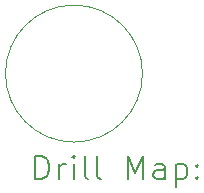
<source format=gbr>
%FSLAX45Y45*%
G04 Gerber Fmt 4.5, Leading zero omitted, Abs format (unit mm)*
G04 Created by KiCad (PCBNEW 6.0.5-a6ca702e91~116~ubuntu20.04.1) date 2022-06-29 23:22:44*
%MOMM*%
%LPD*%
G01*
G04 APERTURE LIST*
%TA.AperFunction,Profile*%
%ADD10C,0.100000*%
%TD*%
%ADD11C,0.200000*%
G04 APERTURE END LIST*
D10*
X12780000Y-10000000D02*
G75*
G03*
X12780000Y-10000000I-580000J0D01*
G01*
D11*
X11872619Y-10895476D02*
X11872619Y-10695476D01*
X11920238Y-10695476D01*
X11948809Y-10705000D01*
X11967857Y-10724048D01*
X11977381Y-10743095D01*
X11986905Y-10781190D01*
X11986905Y-10809762D01*
X11977381Y-10847857D01*
X11967857Y-10866905D01*
X11948809Y-10885952D01*
X11920238Y-10895476D01*
X11872619Y-10895476D01*
X12072619Y-10895476D02*
X12072619Y-10762143D01*
X12072619Y-10800238D02*
X12082143Y-10781190D01*
X12091667Y-10771667D01*
X12110714Y-10762143D01*
X12129762Y-10762143D01*
X12196428Y-10895476D02*
X12196428Y-10762143D01*
X12196428Y-10695476D02*
X12186905Y-10705000D01*
X12196428Y-10714524D01*
X12205952Y-10705000D01*
X12196428Y-10695476D01*
X12196428Y-10714524D01*
X12320238Y-10895476D02*
X12301190Y-10885952D01*
X12291667Y-10866905D01*
X12291667Y-10695476D01*
X12425000Y-10895476D02*
X12405952Y-10885952D01*
X12396428Y-10866905D01*
X12396428Y-10695476D01*
X12653571Y-10895476D02*
X12653571Y-10695476D01*
X12720238Y-10838333D01*
X12786905Y-10695476D01*
X12786905Y-10895476D01*
X12967857Y-10895476D02*
X12967857Y-10790714D01*
X12958333Y-10771667D01*
X12939286Y-10762143D01*
X12901190Y-10762143D01*
X12882143Y-10771667D01*
X12967857Y-10885952D02*
X12948809Y-10895476D01*
X12901190Y-10895476D01*
X12882143Y-10885952D01*
X12872619Y-10866905D01*
X12872619Y-10847857D01*
X12882143Y-10828810D01*
X12901190Y-10819286D01*
X12948809Y-10819286D01*
X12967857Y-10809762D01*
X13063095Y-10762143D02*
X13063095Y-10962143D01*
X13063095Y-10771667D02*
X13082143Y-10762143D01*
X13120238Y-10762143D01*
X13139286Y-10771667D01*
X13148809Y-10781190D01*
X13158333Y-10800238D01*
X13158333Y-10857381D01*
X13148809Y-10876429D01*
X13139286Y-10885952D01*
X13120238Y-10895476D01*
X13082143Y-10895476D01*
X13063095Y-10885952D01*
X13244048Y-10876429D02*
X13253571Y-10885952D01*
X13244048Y-10895476D01*
X13234524Y-10885952D01*
X13244048Y-10876429D01*
X13244048Y-10895476D01*
X13244048Y-10771667D02*
X13253571Y-10781190D01*
X13244048Y-10790714D01*
X13234524Y-10781190D01*
X13244048Y-10771667D01*
X13244048Y-10790714D01*
M02*

</source>
